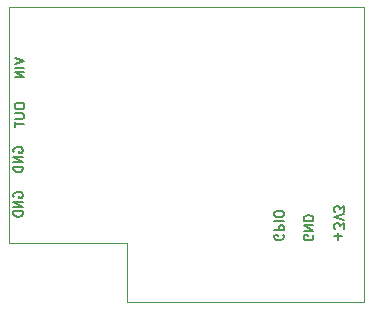
<source format=gbr>
%TF.GenerationSoftware,KiCad,Pcbnew,(5.1.8-0-10_14)*%
%TF.CreationDate,2020-11-29T00:29:28+01:00*%
%TF.ProjectId,FET_Driver,4645545f-4472-4697-9665-722e6b696361,rev?*%
%TF.SameCoordinates,Original*%
%TF.FileFunction,Legend,Bot*%
%TF.FilePolarity,Positive*%
%FSLAX46Y46*%
G04 Gerber Fmt 4.6, Leading zero omitted, Abs format (unit mm)*
G04 Created by KiCad (PCBNEW (5.1.8-0-10_14)) date 2020-11-29 00:29:28*
%MOMM*%
%LPD*%
G01*
G04 APERTURE LIST*
%ADD10C,0.150000*%
%TA.AperFunction,Profile*%
%ADD11C,0.050000*%
%TD*%
G04 APERTURE END LIST*
D10*
X110400000Y-84090476D02*
X110361904Y-84014285D01*
X110361904Y-83900000D01*
X110400000Y-83785714D01*
X110476190Y-83709523D01*
X110552380Y-83671428D01*
X110704761Y-83633333D01*
X110819047Y-83633333D01*
X110971428Y-83671428D01*
X111047619Y-83709523D01*
X111123809Y-83785714D01*
X111161904Y-83900000D01*
X111161904Y-83976190D01*
X111123809Y-84090476D01*
X111085714Y-84128571D01*
X110819047Y-84128571D01*
X110819047Y-83976190D01*
X111161904Y-84471428D02*
X110361904Y-84471428D01*
X111161904Y-84928571D01*
X110361904Y-84928571D01*
X111161904Y-85309523D02*
X110361904Y-85309523D01*
X110361904Y-85500000D01*
X110400000Y-85614285D01*
X110476190Y-85690476D01*
X110552380Y-85728571D01*
X110704761Y-85766666D01*
X110819047Y-85766666D01*
X110971428Y-85728571D01*
X111047619Y-85690476D01*
X111123809Y-85614285D01*
X111161904Y-85500000D01*
X111161904Y-85309523D01*
X110400000Y-80290476D02*
X110361904Y-80214285D01*
X110361904Y-80100000D01*
X110400000Y-79985714D01*
X110476190Y-79909523D01*
X110552380Y-79871428D01*
X110704761Y-79833333D01*
X110819047Y-79833333D01*
X110971428Y-79871428D01*
X111047619Y-79909523D01*
X111123809Y-79985714D01*
X111161904Y-80100000D01*
X111161904Y-80176190D01*
X111123809Y-80290476D01*
X111085714Y-80328571D01*
X110819047Y-80328571D01*
X110819047Y-80176190D01*
X111161904Y-80671428D02*
X110361904Y-80671428D01*
X111161904Y-81128571D01*
X110361904Y-81128571D01*
X111161904Y-81509523D02*
X110361904Y-81509523D01*
X110361904Y-81700000D01*
X110400000Y-81814285D01*
X110476190Y-81890476D01*
X110552380Y-81928571D01*
X110704761Y-81966666D01*
X110819047Y-81966666D01*
X110971428Y-81928571D01*
X111047619Y-81890476D01*
X111123809Y-81814285D01*
X111161904Y-81700000D01*
X111161904Y-81509523D01*
X110461904Y-76300000D02*
X110461904Y-76452380D01*
X110500000Y-76528571D01*
X110576190Y-76604761D01*
X110728571Y-76642857D01*
X110995238Y-76642857D01*
X111147619Y-76604761D01*
X111223809Y-76528571D01*
X111261904Y-76452380D01*
X111261904Y-76300000D01*
X111223809Y-76223809D01*
X111147619Y-76147619D01*
X110995238Y-76109523D01*
X110728571Y-76109523D01*
X110576190Y-76147619D01*
X110500000Y-76223809D01*
X110461904Y-76300000D01*
X110461904Y-76985714D02*
X111109523Y-76985714D01*
X111185714Y-77023809D01*
X111223809Y-77061904D01*
X111261904Y-77138095D01*
X111261904Y-77290476D01*
X111223809Y-77366666D01*
X111185714Y-77404761D01*
X111109523Y-77442857D01*
X110461904Y-77442857D01*
X110461904Y-77709523D02*
X110461904Y-78166666D01*
X111261904Y-77938095D02*
X110461904Y-77938095D01*
X110461904Y-72323809D02*
X111261904Y-72590476D01*
X110461904Y-72857142D01*
X111261904Y-73123809D02*
X110461904Y-73123809D01*
X111261904Y-73504761D02*
X110461904Y-73504761D01*
X111261904Y-73961904D01*
X110461904Y-73961904D01*
D11*
X120000000Y-88000000D02*
X110000000Y-88000000D01*
X120000000Y-93000000D02*
X120000000Y-88000000D01*
D10*
X137842857Y-87709523D02*
X137842857Y-87100000D01*
X137538095Y-87404761D02*
X138147619Y-87404761D01*
X138338095Y-86795238D02*
X138338095Y-86300000D01*
X138033333Y-86566666D01*
X138033333Y-86452380D01*
X137995238Y-86376190D01*
X137957142Y-86338095D01*
X137880952Y-86300000D01*
X137690476Y-86300000D01*
X137614285Y-86338095D01*
X137576190Y-86376190D01*
X137538095Y-86452380D01*
X137538095Y-86680952D01*
X137576190Y-86757142D01*
X137614285Y-86795238D01*
X138338095Y-86071428D02*
X137538095Y-85804761D01*
X138338095Y-85538095D01*
X138338095Y-85347619D02*
X138338095Y-84852380D01*
X138033333Y-85119047D01*
X138033333Y-85004761D01*
X137995238Y-84928571D01*
X137957142Y-84890476D01*
X137880952Y-84852380D01*
X137690476Y-84852380D01*
X137614285Y-84890476D01*
X137576190Y-84928571D01*
X137538095Y-85004761D01*
X137538095Y-85233333D01*
X137576190Y-85309523D01*
X137614285Y-85347619D01*
X133200000Y-87300000D02*
X133238095Y-87376190D01*
X133238095Y-87490476D01*
X133200000Y-87604761D01*
X133123809Y-87680952D01*
X133047619Y-87719047D01*
X132895238Y-87757142D01*
X132780952Y-87757142D01*
X132628571Y-87719047D01*
X132552380Y-87680952D01*
X132476190Y-87604761D01*
X132438095Y-87490476D01*
X132438095Y-87414285D01*
X132476190Y-87300000D01*
X132514285Y-87261904D01*
X132780952Y-87261904D01*
X132780952Y-87414285D01*
X132438095Y-86919047D02*
X133238095Y-86919047D01*
X133238095Y-86614285D01*
X133200000Y-86538095D01*
X133161904Y-86500000D01*
X133085714Y-86461904D01*
X132971428Y-86461904D01*
X132895238Y-86500000D01*
X132857142Y-86538095D01*
X132819047Y-86614285D01*
X132819047Y-86919047D01*
X132438095Y-86119047D02*
X133238095Y-86119047D01*
X133238095Y-85585714D02*
X133238095Y-85433333D01*
X133200000Y-85357142D01*
X133123809Y-85280952D01*
X132971428Y-85242857D01*
X132704761Y-85242857D01*
X132552380Y-85280952D01*
X132476190Y-85357142D01*
X132438095Y-85433333D01*
X132438095Y-85585714D01*
X132476190Y-85661904D01*
X132552380Y-85738095D01*
X132704761Y-85776190D01*
X132971428Y-85776190D01*
X133123809Y-85738095D01*
X133200000Y-85661904D01*
X133238095Y-85585714D01*
X135700000Y-87309523D02*
X135738095Y-87385714D01*
X135738095Y-87500000D01*
X135700000Y-87614285D01*
X135623809Y-87690476D01*
X135547619Y-87728571D01*
X135395238Y-87766666D01*
X135280952Y-87766666D01*
X135128571Y-87728571D01*
X135052380Y-87690476D01*
X134976190Y-87614285D01*
X134938095Y-87500000D01*
X134938095Y-87423809D01*
X134976190Y-87309523D01*
X135014285Y-87271428D01*
X135280952Y-87271428D01*
X135280952Y-87423809D01*
X134938095Y-86928571D02*
X135738095Y-86928571D01*
X134938095Y-86471428D01*
X135738095Y-86471428D01*
X134938095Y-86090476D02*
X135738095Y-86090476D01*
X135738095Y-85900000D01*
X135700000Y-85785714D01*
X135623809Y-85709523D01*
X135547619Y-85671428D01*
X135395238Y-85633333D01*
X135280952Y-85633333D01*
X135128571Y-85671428D01*
X135052380Y-85709523D01*
X134976190Y-85785714D01*
X134938095Y-85900000D01*
X134938095Y-86090476D01*
D11*
X110000000Y-68000000D02*
X110000000Y-88000000D01*
X140000000Y-68000000D02*
X110000000Y-68000000D01*
X140000000Y-93000000D02*
X140000000Y-68000000D01*
X120000000Y-93000000D02*
X140000000Y-93000000D01*
M02*

</source>
